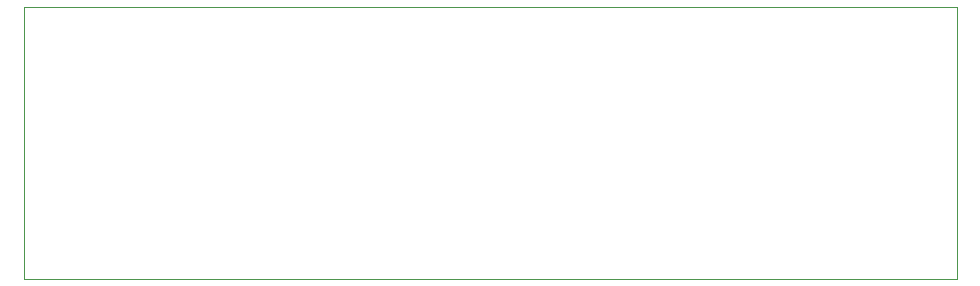
<source format=gbr>
G04 #@! TF.GenerationSoftware,KiCad,Pcbnew,5.1.4-3.fc30*
G04 #@! TF.CreationDate,2019-09-18T18:45:05+02:00*
G04 #@! TF.ProjectId,power_supply_5V,706f7765-725f-4737-9570-706c795f3556,1.0*
G04 #@! TF.SameCoordinates,Original*
G04 #@! TF.FileFunction,Profile,NP*
%FSLAX46Y46*%
G04 Gerber Fmt 4.6, Leading zero omitted, Abs format (unit mm)*
G04 Created by KiCad (PCBNEW 5.1.4-3.fc30) date 2019-09-18 18:45:05*
%MOMM*%
%LPD*%
G04 APERTURE LIST*
%ADD10C,0.050000*%
G04 APERTURE END LIST*
D10*
X73660000Y-101523800D02*
X73660000Y-101523800D01*
X73660000Y-101523800D02*
X73660000Y-101523800D01*
X73660000Y-101523800D02*
X73660000Y-101523800D01*
X73660000Y-101523800D02*
X73660000Y-101523800D01*
X73660000Y-78523800D02*
X73660000Y-101523800D01*
X152660000Y-78523800D02*
X73660000Y-78523800D01*
X152660000Y-101523800D02*
X152660000Y-78523800D01*
X73660000Y-101523800D02*
X152660000Y-101523800D01*
M02*

</source>
